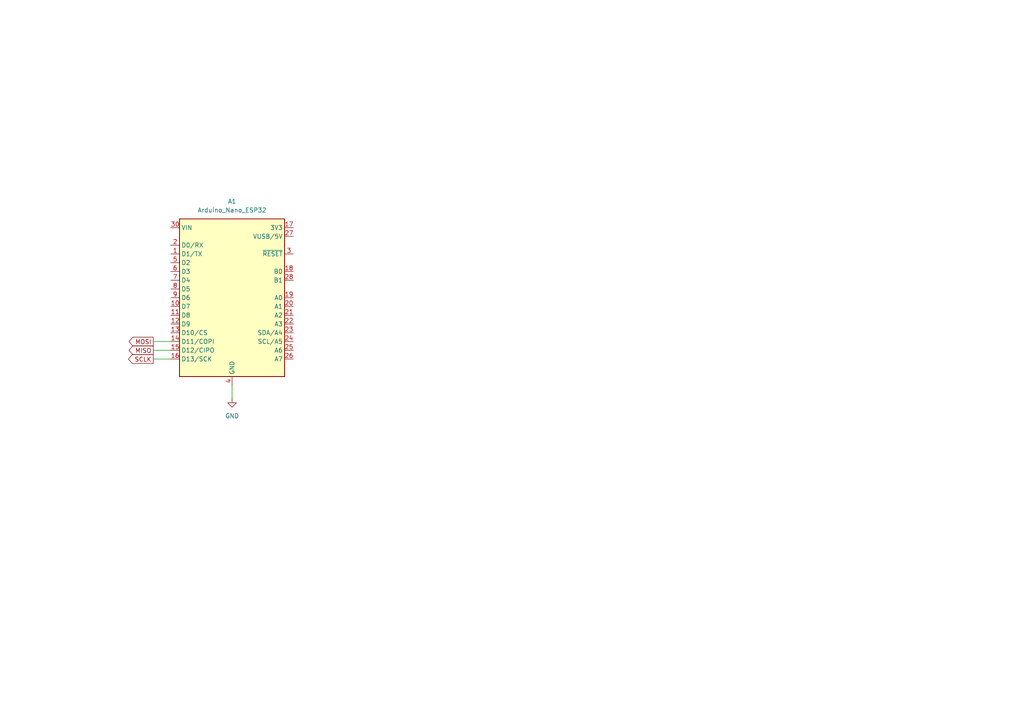
<source format=kicad_sch>
(kicad_sch
	(version 20231120)
	(generator "eeschema")
	(generator_version "8.0")
	(uuid "7abf902c-e745-4c57-989c-eb04d0df4e14")
	(paper "A4")
	(title_block
		(title "LED Matrix Display")
		(rev "A")
	)
	(lib_symbols
		(symbol "GND_1"
			(power)
			(pin_numbers hide)
			(pin_names
				(offset 0) hide)
			(exclude_from_sim no)
			(in_bom yes)
			(on_board yes)
			(property "Reference" "#PWR"
				(at 0 -6.35 0)
				(effects
					(font
						(size 1.27 1.27)
					)
					(hide yes)
				)
			)
			(property "Value" "GND"
				(at 0 -3.81 0)
				(effects
					(font
						(size 1.27 1.27)
					)
				)
			)
			(property "Footprint" ""
				(at 0 0 0)
				(effects
					(font
						(size 1.27 1.27)
					)
					(hide yes)
				)
			)
			(property "Datasheet" ""
				(at 0 0 0)
				(effects
					(font
						(size 1.27 1.27)
					)
					(hide yes)
				)
			)
			(property "Description" "Power symbol creates a global label with name \"GND\" , ground"
				(at 0 0 0)
				(effects
					(font
						(size 1.27 1.27)
					)
					(hide yes)
				)
			)
			(property "ki_keywords" "global power"
				(at 0 0 0)
				(effects
					(font
						(size 1.27 1.27)
					)
					(hide yes)
				)
			)
			(symbol "GND_1_0_1"
				(polyline
					(pts
						(xy 0 0) (xy 0 -1.27) (xy 1.27 -1.27) (xy 0 -2.54) (xy -1.27 -1.27) (xy 0 -1.27)
					)
					(stroke
						(width 0)
						(type default)
					)
					(fill
						(type none)
					)
				)
			)
			(symbol "GND_1_1_1"
				(pin power_in line
					(at 0 0 270)
					(length 0)
					(name "~"
						(effects
							(font
								(size 1.27 1.27)
							)
						)
					)
					(number "1"
						(effects
							(font
								(size 1.27 1.27)
							)
						)
					)
				)
			)
		)
		(symbol "MCU_Module:Arduino_Nano_ESP32"
			(exclude_from_sim no)
			(in_bom yes)
			(on_board yes)
			(property "Reference" "A"
				(at -14.986 23.622 0)
				(effects
					(font
						(size 1.27 1.27)
					)
					(justify left bottom)
				)
			)
			(property "Value" "Arduino_Nano_ESP32"
				(at 3.81 -25.654 0)
				(effects
					(font
						(size 1.27 1.27)
					)
					(justify left top)
				)
			)
			(property "Footprint" "Module:Arduino_Nano"
				(at 13.716 -34.036 0)
				(effects
					(font
						(size 1.27 1.27)
						(italic yes)
					)
					(hide yes)
				)
			)
			(property "Datasheet" "https://docs.arduino.cc/resources/datasheets/ABX00083-datasheet.pdf"
				(at 39.116 -31.496 0)
				(effects
					(font
						(size 1.27 1.27)
					)
					(hide yes)
				)
			)
			(property "Description" "Arduino Nano board based on the ESP32-S3 with a dual-core 240 MHz processor, 384 kB ROM, 512 kB SRAM. Operates at 3.3V, with 5V USB-C® input and 6-21V VIN. Features Wi-Fi®, Bluetooth® LE, digital and analog pins, and supports SPI, I2C, UART, I2S, and CAN."
				(at 138.43 -28.956 0)
				(effects
					(font
						(size 1.27 1.27)
					)
					(hide yes)
				)
			)
			(property "ki_keywords" "Arduino Nano ESP32"
				(at 0 0 0)
				(effects
					(font
						(size 1.27 1.27)
					)
					(hide yes)
				)
			)
			(property "ki_fp_filters" "Arduino*Nano*"
				(at 0 0 0)
				(effects
					(font
						(size 1.27 1.27)
					)
					(hide yes)
				)
			)
			(symbol "Arduino_Nano_ESP32_0_1"
				(rectangle
					(start -15.24 22.86)
					(end 15.24 -22.86)
					(stroke
						(width 0.254)
						(type default)
					)
					(fill
						(type background)
					)
				)
			)
			(symbol "Arduino_Nano_ESP32_1_1"
				(pin bidirectional line
					(at -17.78 12.7 0)
					(length 2.54)
					(name "D1/TX"
						(effects
							(font
								(size 1.27 1.27)
							)
						)
					)
					(number "1"
						(effects
							(font
								(size 1.27 1.27)
							)
						)
					)
				)
				(pin bidirectional line
					(at -17.78 -2.54 0)
					(length 2.54)
					(name "D7"
						(effects
							(font
								(size 1.27 1.27)
							)
						)
					)
					(number "10"
						(effects
							(font
								(size 1.27 1.27)
							)
						)
					)
				)
				(pin bidirectional line
					(at -17.78 -5.08 0)
					(length 2.54)
					(name "D8"
						(effects
							(font
								(size 1.27 1.27)
							)
						)
					)
					(number "11"
						(effects
							(font
								(size 1.27 1.27)
							)
						)
					)
				)
				(pin bidirectional line
					(at -17.78 -7.62 0)
					(length 2.54)
					(name "D9"
						(effects
							(font
								(size 1.27 1.27)
							)
						)
					)
					(number "12"
						(effects
							(font
								(size 1.27 1.27)
							)
						)
					)
				)
				(pin bidirectional line
					(at -17.78 -10.16 0)
					(length 2.54)
					(name "D10/CS"
						(effects
							(font
								(size 1.27 1.27)
							)
						)
					)
					(number "13"
						(effects
							(font
								(size 1.27 1.27)
							)
						)
					)
				)
				(pin bidirectional line
					(at -17.78 -12.7 0)
					(length 2.54)
					(name "D11/COPI"
						(effects
							(font
								(size 1.27 1.27)
							)
						)
					)
					(number "14"
						(effects
							(font
								(size 1.27 1.27)
							)
						)
					)
				)
				(pin bidirectional line
					(at -17.78 -15.24 0)
					(length 2.54)
					(name "D12/CIPO"
						(effects
							(font
								(size 1.27 1.27)
							)
						)
					)
					(number "15"
						(effects
							(font
								(size 1.27 1.27)
							)
						)
					)
				)
				(pin bidirectional line
					(at -17.78 -17.78 0)
					(length 2.54)
					(name "D13/SCK"
						(effects
							(font
								(size 1.27 1.27)
							)
						)
					)
					(number "16"
						(effects
							(font
								(size 1.27 1.27)
							)
						)
					)
				)
				(pin power_out line
					(at 17.78 20.32 180)
					(length 2.54)
					(name "3V3"
						(effects
							(font
								(size 1.27 1.27)
							)
						)
					)
					(number "17"
						(effects
							(font
								(size 1.27 1.27)
							)
						)
					)
				)
				(pin bidirectional line
					(at 17.78 7.62 180)
					(length 2.54)
					(name "B0"
						(effects
							(font
								(size 1.27 1.27)
							)
						)
					)
					(number "18"
						(effects
							(font
								(size 1.27 1.27)
							)
						)
					)
				)
				(pin bidirectional line
					(at 17.78 0 180)
					(length 2.54)
					(name "A0"
						(effects
							(font
								(size 1.27 1.27)
							)
						)
					)
					(number "19"
						(effects
							(font
								(size 1.27 1.27)
							)
						)
					)
				)
				(pin bidirectional line
					(at -17.78 15.24 0)
					(length 2.54)
					(name "D0/RX"
						(effects
							(font
								(size 1.27 1.27)
							)
						)
					)
					(number "2"
						(effects
							(font
								(size 1.27 1.27)
							)
						)
					)
				)
				(pin bidirectional line
					(at 17.78 -2.54 180)
					(length 2.54)
					(name "A1"
						(effects
							(font
								(size 1.27 1.27)
							)
						)
					)
					(number "20"
						(effects
							(font
								(size 1.27 1.27)
							)
						)
					)
				)
				(pin bidirectional line
					(at 17.78 -5.08 180)
					(length 2.54)
					(name "A2"
						(effects
							(font
								(size 1.27 1.27)
							)
						)
					)
					(number "21"
						(effects
							(font
								(size 1.27 1.27)
							)
						)
					)
				)
				(pin bidirectional line
					(at 17.78 -7.62 180)
					(length 2.54)
					(name "A3"
						(effects
							(font
								(size 1.27 1.27)
							)
						)
					)
					(number "22"
						(effects
							(font
								(size 1.27 1.27)
							)
						)
					)
				)
				(pin bidirectional line
					(at 17.78 -10.16 180)
					(length 2.54)
					(name "SDA/A4"
						(effects
							(font
								(size 1.27 1.27)
							)
						)
					)
					(number "23"
						(effects
							(font
								(size 1.27 1.27)
							)
						)
					)
				)
				(pin bidirectional line
					(at 17.78 -12.7 180)
					(length 2.54)
					(name "SCL/A5"
						(effects
							(font
								(size 1.27 1.27)
							)
						)
					)
					(number "24"
						(effects
							(font
								(size 1.27 1.27)
							)
						)
					)
				)
				(pin bidirectional line
					(at 17.78 -15.24 180)
					(length 2.54)
					(name "A6"
						(effects
							(font
								(size 1.27 1.27)
							)
						)
					)
					(number "25"
						(effects
							(font
								(size 1.27 1.27)
							)
						)
					)
				)
				(pin bidirectional line
					(at 17.78 -17.78 180)
					(length 2.54)
					(name "A7"
						(effects
							(font
								(size 1.27 1.27)
							)
						)
					)
					(number "26"
						(effects
							(font
								(size 1.27 1.27)
							)
						)
					)
				)
				(pin power_out line
					(at 17.78 17.78 180)
					(length 2.54)
					(name "VUSB/5V"
						(effects
							(font
								(size 1.27 1.27)
							)
						)
					)
					(number "27"
						(effects
							(font
								(size 1.27 1.27)
							)
						)
					)
				)
				(pin bidirectional line
					(at 17.78 5.08 180)
					(length 2.54)
					(name "B1"
						(effects
							(font
								(size 1.27 1.27)
							)
						)
					)
					(number "28"
						(effects
							(font
								(size 1.27 1.27)
							)
						)
					)
				)
				(pin passive line
					(at 0 -25.4 90)
					(length 2.54) hide
					(name "GND"
						(effects
							(font
								(size 1.27 1.27)
							)
						)
					)
					(number "29"
						(effects
							(font
								(size 1.27 1.27)
							)
						)
					)
				)
				(pin input line
					(at 17.78 12.7 180)
					(length 2.54)
					(name "~{RESET}"
						(effects
							(font
								(size 1.27 1.27)
							)
						)
					)
					(number "3"
						(effects
							(font
								(size 1.27 1.27)
							)
						)
					)
				)
				(pin power_in line
					(at -17.78 20.32 0)
					(length 2.54)
					(name "VIN"
						(effects
							(font
								(size 1.27 1.27)
							)
						)
					)
					(number "30"
						(effects
							(font
								(size 1.27 1.27)
							)
						)
					)
				)
				(pin power_in line
					(at 0 -25.4 90)
					(length 2.54)
					(name "GND"
						(effects
							(font
								(size 1.27 1.27)
							)
						)
					)
					(number "4"
						(effects
							(font
								(size 1.27 1.27)
							)
						)
					)
				)
				(pin bidirectional line
					(at -17.78 10.16 0)
					(length 2.54)
					(name "D2"
						(effects
							(font
								(size 1.27 1.27)
							)
						)
					)
					(number "5"
						(effects
							(font
								(size 1.27 1.27)
							)
						)
					)
				)
				(pin bidirectional line
					(at -17.78 7.62 0)
					(length 2.54)
					(name "D3"
						(effects
							(font
								(size 1.27 1.27)
							)
						)
					)
					(number "6"
						(effects
							(font
								(size 1.27 1.27)
							)
						)
					)
				)
				(pin bidirectional line
					(at -17.78 5.08 0)
					(length 2.54)
					(name "D4"
						(effects
							(font
								(size 1.27 1.27)
							)
						)
					)
					(number "7"
						(effects
							(font
								(size 1.27 1.27)
							)
						)
					)
				)
				(pin bidirectional line
					(at -17.78 2.54 0)
					(length 2.54)
					(name "D5"
						(effects
							(font
								(size 1.27 1.27)
							)
						)
					)
					(number "8"
						(effects
							(font
								(size 1.27 1.27)
							)
						)
					)
				)
				(pin bidirectional line
					(at -17.78 0 0)
					(length 2.54)
					(name "D6"
						(effects
							(font
								(size 1.27 1.27)
							)
						)
					)
					(number "9"
						(effects
							(font
								(size 1.27 1.27)
							)
						)
					)
				)
			)
		)
	)
	(wire
		(pts
			(xy 67.31 111.76) (xy 67.31 115.57)
		)
		(stroke
			(width 0)
			(type default)
		)
		(uuid "7a175994-4436-4da3-ab32-bad2c11c3dbd")
	)
	(wire
		(pts
			(xy 44.45 99.06) (xy 49.53 99.06)
		)
		(stroke
			(width 0)
			(type default)
		)
		(uuid "8b395899-9110-41d0-b9bf-5fe8a0958c4f")
	)
	(wire
		(pts
			(xy 44.45 104.14) (xy 49.53 104.14)
		)
		(stroke
			(width 0)
			(type default)
		)
		(uuid "d9f09f54-951a-4d1f-8c9f-86680ccde7c0")
	)
	(wire
		(pts
			(xy 44.45 101.6) (xy 49.53 101.6)
		)
		(stroke
			(width 0)
			(type default)
		)
		(uuid "e0799df7-aa71-4e0d-8499-ca25b447d5e3")
	)
	(global_label "MISO"
		(shape output)
		(at 44.45 101.6 180)
		(fields_autoplaced yes)
		(effects
			(font
				(size 1.27 1.27)
			)
			(justify right)
		)
		(uuid "8eb9d68d-fdac-4a76-8fa4-0af2349d6cb8")
		(property "Intersheetrefs" "${INTERSHEET_REFS}"
			(at 37.4407 101.5206 0)
			(effects
				(font
					(size 1.27 1.27)
				)
				(justify right)
				(hide yes)
			)
		)
	)
	(global_label "SCLK"
		(shape output)
		(at 44.45 104.14 180)
		(fields_autoplaced yes)
		(effects
			(font
				(size 1.27 1.27)
			)
			(justify right)
		)
		(uuid "b53e8148-a7c0-4033-a074-2aa3500e5c23")
		(property "Intersheetrefs" "${INTERSHEET_REFS}"
			(at 37.2593 104.2194 0)
			(effects
				(font
					(size 1.27 1.27)
				)
				(justify right)
				(hide yes)
			)
		)
	)
	(global_label "MOSI"
		(shape output)
		(at 44.45 99.06 180)
		(fields_autoplaced yes)
		(effects
			(font
				(size 1.27 1.27)
			)
			(justify right)
		)
		(uuid "e94acb5d-b36e-499c-9fa3-8a75e05a0db1")
		(property "Intersheetrefs" "${INTERSHEET_REFS}"
			(at 37.4407 98.9806 0)
			(effects
				(font
					(size 1.27 1.27)
				)
				(justify right)
				(hide yes)
			)
		)
	)
	(symbol
		(lib_id "MCU_Module:Arduino_Nano_ESP32")
		(at 67.31 86.36 0)
		(unit 1)
		(exclude_from_sim no)
		(in_bom yes)
		(on_board yes)
		(dnp no)
		(fields_autoplaced yes)
		(uuid "4cc23155-7786-448b-b307-f6be1e760e1a")
		(property "Reference" "A1"
			(at 67.31 58.42 0)
			(effects
				(font
					(size 1.27 1.27)
				)
			)
		)
		(property "Value" "Arduino_Nano_ESP32"
			(at 67.31 60.96 0)
			(effects
				(font
					(size 1.27 1.27)
				)
			)
		)
		(property "Footprint" "Module:Arduino_Nano"
			(at 81.026 120.396 0)
			(effects
				(font
					(size 1.27 1.27)
					(italic yes)
				)
				(hide yes)
			)
		)
		(property "Datasheet" "https://docs.arduino.cc/resources/datasheets/ABX00083-datasheet.pdf"
			(at 106.426 117.856 0)
			(effects
				(font
					(size 1.27 1.27)
				)
				(hide yes)
			)
		)
		(property "Description" "Arduino Nano board based on the ESP32-S3 with a dual-core 240 MHz processor, 384 kB ROM, 512 kB SRAM. Operates at 3.3V, with 5V USB-C® input and 6-21V VIN. Features Wi-Fi®, Bluetooth® LE, digital and analog pins, and supports SPI, I2C, UART, I2S, and CAN."
			(at 205.74 115.316 0)
			(effects
				(font
					(size 1.27 1.27)
				)
				(hide yes)
			)
		)
		(pin "25"
			(uuid "2091a08e-8482-4fd0-a5e5-be224ed35b7b")
		)
		(pin "17"
			(uuid "155cbb39-8600-49c2-a285-10ace6c3fd43")
		)
		(pin "1"
			(uuid "aca6097b-77ef-4638-8987-8aaa3879292e")
		)
		(pin "11"
			(uuid "b800119e-80aa-4c42-be3a-7d53f287e5cb")
		)
		(pin "13"
			(uuid "b7346f64-c4b6-412a-ac91-7a4463cedbd5")
		)
		(pin "14"
			(uuid "c5e58b96-9f90-41d7-8d4e-b8106a67dc34")
		)
		(pin "19"
			(uuid "905acd69-2874-4824-8a1d-34e72605e3cd")
		)
		(pin "2"
			(uuid "ccd9c1bb-9ec2-4701-9759-1daecc05615c")
		)
		(pin "20"
			(uuid "4033d568-5174-4a26-b3c3-b70c54b5b5ea")
		)
		(pin "24"
			(uuid "97b4a67a-02fa-4e27-9e49-78e76dab75ab")
		)
		(pin "12"
			(uuid "fd69d242-bf43-41f5-a87f-eda8f1669fc8")
		)
		(pin "21"
			(uuid "2688d27f-222e-4eb0-ac8d-15cffbb2133e")
		)
		(pin "10"
			(uuid "9b185d92-2719-40d4-b8a6-295de7a1c4fa")
		)
		(pin "15"
			(uuid "f31f46f8-17d8-4170-9890-d01d803631b6")
		)
		(pin "23"
			(uuid "56702fce-c395-43d2-a9b9-1d79a522ddb4")
		)
		(pin "22"
			(uuid "0879906b-5a0d-4565-8bbb-db2af15550e3")
		)
		(pin "16"
			(uuid "6a0ae07c-5f49-45e7-b870-2289f48f8caf")
		)
		(pin "18"
			(uuid "7609536a-ca12-40fb-b690-25a52b1e9769")
		)
		(pin "26"
			(uuid "91c3fbea-45cb-45fc-84ff-190216e059d0")
		)
		(pin "27"
			(uuid "ad4ae223-8344-45c4-80c3-bd8138d398fe")
		)
		(pin "28"
			(uuid "58b45b3c-75f2-4b85-b618-1dc432756049")
		)
		(pin "29"
			(uuid "dbcb60a9-f3a7-446c-9fc3-ec3ddd291e16")
		)
		(pin "3"
			(uuid "cf283866-479b-4f8c-8df9-30a201ab32c5")
		)
		(pin "30"
			(uuid "9ee041d1-1414-43c4-aeab-8c95b339bd7b")
		)
		(pin "4"
			(uuid "7d4c6304-be28-4bd3-a1e1-55366376bb43")
		)
		(pin "5"
			(uuid "4490cbd7-2eb3-47e0-a342-45be84350988")
		)
		(pin "7"
			(uuid "9c6e1c31-f5ed-489c-90f0-9052aa0ba850")
		)
		(pin "8"
			(uuid "b868029f-9f7c-4955-b383-582194caaadd")
		)
		(pin "6"
			(uuid "6c8cca77-50eb-4c14-b0e9-db59bc735833")
		)
		(pin "9"
			(uuid "44707787-9ab5-4264-84ab-79a35446d378")
		)
		(instances
			(project ""
				(path "/9636e6a2-c626-42e7-bb55-64eec49df451/02f39cba-cf56-4517-84bd-bb3990bcdeda"
					(reference "A1")
					(unit 1)
				)
			)
		)
	)
	(symbol
		(lib_name "GND_1")
		(lib_id "power:GND")
		(at 67.31 115.57 0)
		(unit 1)
		(exclude_from_sim no)
		(in_bom yes)
		(on_board yes)
		(dnp no)
		(fields_autoplaced yes)
		(uuid "95871815-482b-43c6-acfe-b54cd8c12cc0")
		(property "Reference" "#PWR01"
			(at 67.31 121.92 0)
			(effects
				(font
					(size 1.27 1.27)
				)
				(hide yes)
			)
		)
		(property "Value" "GND"
			(at 67.31 120.65 0)
			(effects
				(font
					(size 1.27 1.27)
				)
			)
		)
		(property "Footprint" ""
			(at 67.31 115.57 0)
			(effects
				(font
					(size 1.27 1.27)
				)
				(hide yes)
			)
		)
		(property "Datasheet" ""
			(at 67.31 115.57 0)
			(effects
				(font
					(size 1.27 1.27)
				)
				(hide yes)
			)
		)
		(property "Description" "Power symbol creates a global label with name \"GND\" , ground"
			(at 67.31 115.57 0)
			(effects
				(font
					(size 1.27 1.27)
				)
				(hide yes)
			)
		)
		(pin "1"
			(uuid "9f48d533-eb60-47c1-bdb0-2e305e85537a")
		)
		(instances
			(project ""
				(path "/9636e6a2-c626-42e7-bb55-64eec49df451/02f39cba-cf56-4517-84bd-bb3990bcdeda"
					(reference "#PWR01")
					(unit 1)
				)
			)
		)
	)
)

</source>
